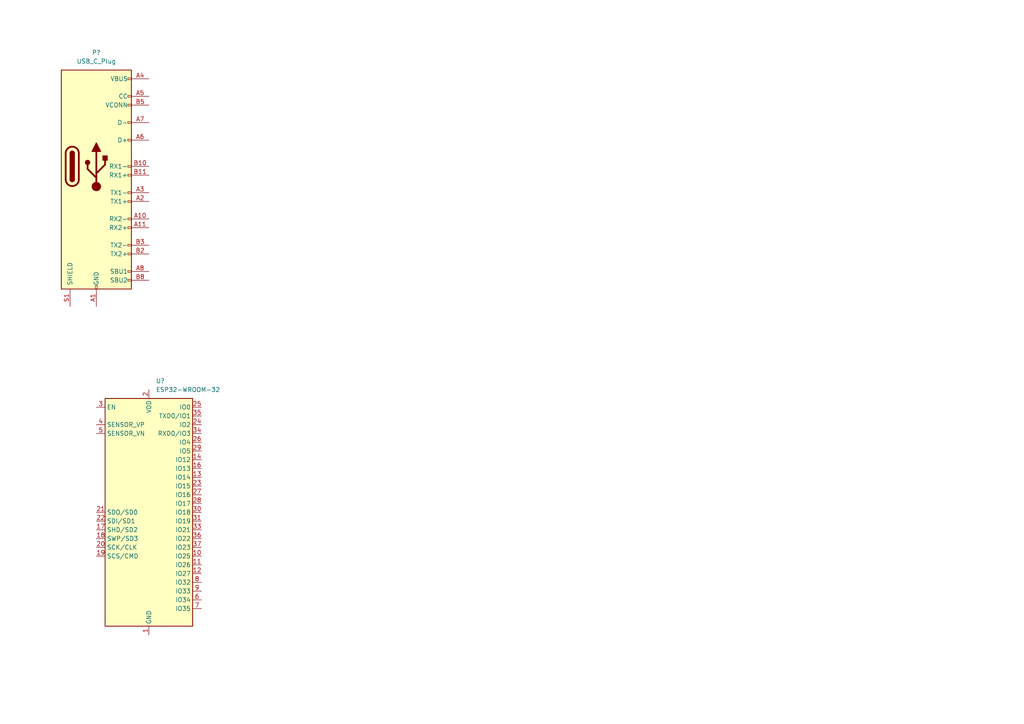
<source format=kicad_sch>
(kicad_sch (version 20211123) (generator eeschema)
  (paper "A4")
  (lib_symbols
    (symbol "Connector:USB_C_Plug" (pin_names (offset 1.016))
      (property "Reference" "P" (at -10.16 29.21 0))
      (property "Value" "USB_C_Plug" (at 10.16 29.21 0))
      (symbol "USB_C_Plug_0_0"
        (rectangle (start -0.254 -35.56) (end 0.254 -34.544))
        (rectangle (start 10.16 -32.766) (end 9.144 -33.274))
        (rectangle (start 10.16 -30.226) (end 9.144 -30.734))
        (rectangle (start 10.16 -25.146) (end 9.144 -25.654))
        (rectangle (start 10.16 -22.606) (end 9.144 -23.114))
        (rectangle (start 10.16 -17.526) (end 9.144 -18.034))
        (rectangle (start 10.16 -14.986) (end 9.144 -15.494))
        (rectangle (start 10.16 -9.906) (end 9.144 -10.414))
        (rectangle (start 10.16 -7.366) (end 9.144 -7.874))
        (rectangle (start 10.16 -2.286) (end 9.144 -2.794))
        (rectangle (start 10.16 0.254) (end 9.144 -0.254))
        (rectangle (start 10.16 7.874) (end 9.144 7.366))
        (rectangle (start 10.16 12.954) (end 9.144 12.446))
        (rectangle (start 10.16 18.034) (end 9.144 17.526))
        (rectangle (start 10.16 20.574) (end 9.144 20.066))
        (rectangle (start 10.16 25.654) (end 9.144 25.146))
      )
      (symbol "USB_C_Plug_0_1"
        (rectangle (start -10.16 27.94) (end 10.16 -35.56) (stroke (width 0.254)) (fill (type background)))
        (arc (start -8.89 -3.81) (mid -6.985 -5.715) (end -5.08 -3.81) (stroke (width 0.508)))
        (arc (start -7.62 -3.81) (mid -6.985 -4.445) (end -6.35 -3.81) (stroke (width 0.254)))
        (arc (start -7.62 -3.81) (mid -6.985 -4.445) (end -6.35 -3.81) (stroke (width 0.254)) (fill (type outline)))
        (rectangle (start -7.62 -3.81) (end -6.35 3.81) (stroke (width 0.254)) (fill (type outline)))
        (arc (start -6.35 3.81) (mid -6.985 4.445) (end -7.62 3.81) (stroke (width 0.254)))
        (arc (start -6.35 3.81) (mid -6.985 4.445) (end -7.62 3.81) (stroke (width 0.254)) (fill (type outline)))
        (arc (start -5.08 3.81) (mid -6.985 5.715) (end -8.89 3.81) (stroke (width 0.508)))
        (polyline (pts (xy -8.89 -3.81) (xy -8.89 3.81)) (stroke (width 0.508)))
        (polyline (pts (xy -5.08 3.81) (xy -5.08 -3.81)) (stroke (width 0.508)))
      )
      (symbol "USB_C_Plug_1_1"
        (circle (center -2.54 1.143) (radius 0.635) (stroke (width 0.254)) (fill (type outline)))
        (circle (center 0 -5.842) (radius 1.27) (fill (type outline)))
        (polyline (pts (xy 0 -5.842) (xy 0 4.318)) (stroke (width 0.508)))
        (polyline (pts (xy 0 -3.302) (xy -2.54 -0.762) (xy -2.54 0.508)) (stroke (width 0.508)))
        (polyline (pts (xy 0 -2.032) (xy 2.54 0.508) (xy 2.54 1.778)) (stroke (width 0.508)))
        (polyline (pts (xy -1.27 4.318) (xy 0 6.858) (xy 1.27 4.318) (xy -1.27 4.318)) (stroke (width 0.254)) (fill (type outline)))
        (rectangle (start 1.905 1.778) (end 3.175 3.048) (stroke (width 0.254)) (fill (type outline)))
        (pin passive line (at 0 -40.64 90) (length 5.08) (name "GND") (number "A1"))
        (pin bidirectional line (at 15.24 -15.24 180) (length 5.08) (name "RX2-") (number "A10"))
        (pin bidirectional line (at 15.24 -17.78 180) (length 5.08) (name "RX2+") (number "A11"))
        (pin passive line (at 0 -40.64 90) (length 5.08) hide (name "GND") (number "A12"))
        (pin bidirectional line (at 15.24 -10.16 180) (length 5.08) (name "TX1+") (number "A2"))
        (pin bidirectional line (at 15.24 -7.62 180) (length 5.08) (name "TX1-") (number "A3"))
        (pin passive line (at 15.24 25.4 180) (length 5.08) (name "VBUS") (number "A4"))
        (pin bidirectional line (at 15.24 20.32 180) (length 5.08) (name "CC") (number "A5"))
        (pin bidirectional line (at 15.24 7.62 180) (length 5.08) (name "D+") (number "A6"))
        (pin bidirectional line (at 15.24 12.7 180) (length 5.08) (name "D-") (number "A7"))
        (pin bidirectional line (at 15.24 -30.48 180) (length 5.08) (name "SBU1") (number "A8"))
        (pin passive line (at 15.24 25.4 180) (length 5.08) hide (name "VBUS") (number "A9"))
        (pin passive line (at 0 -40.64 90) (length 5.08) hide (name "GND") (number "B1"))
        (pin bidirectional line (at 15.24 0 180) (length 5.08) (name "RX1-") (number "B10"))
        (pin bidirectional line (at 15.24 -2.54 180) (length 5.08) (name "RX1+") (number "B11"))
        (pin passive line (at 0 -40.64 90) (length 5.08) hide (name "GND") (number "B12"))
        (pin bidirectional line (at 15.24 -25.4 180) (length 5.08) (name "TX2+") (number "B2"))
        (pin bidirectional line (at 15.24 -22.86 180) (length 5.08) (name "TX2-") (number "B3"))
        (pin passive line (at 15.24 25.4 180) (length 5.08) hide (name "VBUS") (number "B4"))
        (pin bidirectional line (at 15.24 17.78 180) (length 5.08) (name "VCONN") (number "B5"))
        (pin bidirectional line (at 15.24 -33.02 180) (length 5.08) (name "SBU2") (number "B8"))
        (pin passive line (at 15.24 25.4 180) (length 5.08) hide (name "VBUS") (number "B9"))
        (pin passive line (at -7.62 -40.64 90) (length 5.08) (name "SHIELD") (number "S1"))
      )
    )
    (symbol "RF_Module:ESP32-WROOM-32"
      (property "Reference" "U" (at -12.7 34.29 0))
      (property "Value" "ESP32-WROOM-32" (at 1.27 34.29 0))
      (symbol "ESP32-WROOM-32_0_1"
        (rectangle (start -12.7 33.02) (end 12.7 -33.02) (stroke (width 0.254)) (fill (type background)))
      )
      (symbol "ESP32-WROOM-32_1_1"
        (pin power_in line (at 0 -35.56 90) (length 2.54) (name "GND") (number "1"))
        (pin bidirectional line (at 15.24 -12.7 180) (length 2.54) (name "IO25") (number "10"))
        (pin bidirectional line (at 15.24 -15.24 180) (length 2.54) (name "IO26") (number "11"))
        (pin bidirectional line (at 15.24 -17.78 180) (length 2.54) (name "IO27") (number "12"))
        (pin bidirectional line (at 15.24 10.16 180) (length 2.54) (name "IO14") (number "13"))
        (pin bidirectional line (at 15.24 15.24 180) (length 2.54) (name "IO12") (number "14"))
        (pin passive line (at 0 -35.56 90) (length 2.54) hide (name "GND") (number "15"))
        (pin bidirectional line (at 15.24 12.7 180) (length 2.54) (name "IO13") (number "16"))
        (pin bidirectional line (at -15.24 -5.08 0) (length 2.54) (name "SHD/SD2") (number "17"))
        (pin bidirectional line (at -15.24 -7.62 0) (length 2.54) (name "SWP/SD3") (number "18"))
        (pin bidirectional line (at -15.24 -12.7 0) (length 2.54) (name "SCS/CMD") (number "19"))
        (pin power_in line (at 0 35.56 270) (length 2.54) (name "VDD") (number "2"))
        (pin bidirectional line (at -15.24 -10.16 0) (length 2.54) (name "SCK/CLK") (number "20"))
        (pin bidirectional line (at -15.24 0 0) (length 2.54) (name "SDO/SD0") (number "21"))
        (pin bidirectional line (at -15.24 -2.54 0) (length 2.54) (name "SDI/SD1") (number "22"))
        (pin bidirectional line (at 15.24 7.62 180) (length 2.54) (name "IO15") (number "23"))
        (pin bidirectional line (at 15.24 25.4 180) (length 2.54) (name "IO2") (number "24"))
        (pin bidirectional line (at 15.24 30.48 180) (length 2.54) (name "IO0") (number "25"))
        (pin bidirectional line (at 15.24 20.32 180) (length 2.54) (name "IO4") (number "26"))
        (pin bidirectional line (at 15.24 5.08 180) (length 2.54) (name "IO16") (number "27"))
        (pin bidirectional line (at 15.24 2.54 180) (length 2.54) (name "IO17") (number "28"))
        (pin bidirectional line (at 15.24 17.78 180) (length 2.54) (name "IO5") (number "29"))
        (pin input line (at -15.24 30.48 0) (length 2.54) (name "EN") (number "3"))
        (pin bidirectional line (at 15.24 0 180) (length 2.54) (name "IO18") (number "30"))
        (pin bidirectional line (at 15.24 -2.54 180) (length 2.54) (name "IO19") (number "31"))
        (pin no_connect line (at -12.7 -27.94 0) (length 2.54) hide (name "NC") (number "32"))
        (pin bidirectional line (at 15.24 -5.08 180) (length 2.54) (name "IO21") (number "33"))
        (pin bidirectional line (at 15.24 22.86 180) (length 2.54) (name "RXD0/IO3") (number "34"))
        (pin bidirectional line (at 15.24 27.94 180) (length 2.54) (name "TXD0/IO1") (number "35"))
        (pin bidirectional line (at 15.24 -7.62 180) (length 2.54) (name "IO22") (number "36"))
        (pin bidirectional line (at 15.24 -10.16 180) (length 2.54) (name "IO23") (number "37"))
        (pin passive line (at 0 -35.56 90) (length 2.54) hide (name "GND") (number "38"))
        (pin passive line (at 0 -35.56 90) (length 2.54) hide (name "GND") (number "39"))
        (pin input line (at -15.24 25.4 0) (length 2.54) (name "SENSOR_VP") (number "4"))
        (pin input line (at -15.24 22.86 0) (length 2.54) (name "SENSOR_VN") (number "5"))
        (pin input line (at 15.24 -25.4 180) (length 2.54) (name "IO34") (number "6"))
        (pin input line (at 15.24 -27.94 180) (length 2.54) (name "IO35") (number "7"))
        (pin bidirectional line (at 15.24 -20.32 180) (length 2.54) (name "IO32") (number "8"))
        (pin bidirectional line (at 15.24 -22.86 180) (length 2.54) (name "IO33") (number "9"))
      )
    )
  )
  (symbol (lib_id "Connector:USB_C_Plug") (at 27.94 48.26 0) (unit 1)
    (property "Reference" "P?" (at 27.94 15.24 0))
    (property "Value" "USB_C_Plug" (at 27.94 17.78 0))
    (property "Datasheet" "https://www.usb.org/sites/default/files/documents/usb_type-c.zip" (effects hide))
  )
  (symbol (lib_id "RF_Module:ESP32-WROOM-32") (at 43.18 148.59 0) (unit 1)
    (property "Reference" "U?" (at 45.1994 110.49 0) (effects (justify left)))
    (property "Value" "ESP32-WROOM-32" (at 45.1994 113.03 0) (effects (justify left)))
    (property "Footprint" "RF_Module:ESP32-WROOM-32" (effects hide))
    (property "Datasheet" "https://www.espressif.com/sites/default/files/documentation/esp32-wroom-32_datasheet_en.pdf" (effects hide))
  )
)
</source>
